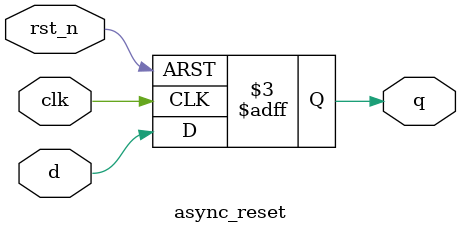
<source format=v>
module async_reset(clk,rst_n,d,q);
    input clk,rst_n,d;
    output reg q;
    always @(posedge clk,negedge rst_n)
        begin
            if(!rst_n)
                q<=0;
            else
                q<=d;
        end
endmodule

</source>
